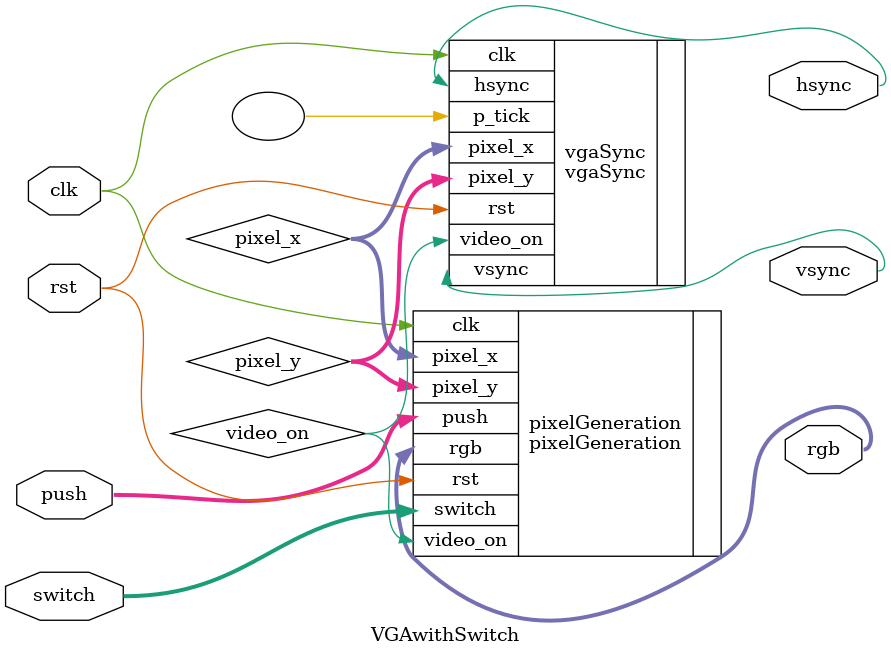
<source format=v>
module VGAwithSwitch(clk, rst, push, switch,	hsync, vsync, rgb);

input clk, rst;
input [3:0]push; 
input [2:0] switch;
output hsync, vsync;
output [2:0] rgb;

wire video_on;
wire [9:0] pixel_x, pixel_y;

// instantiate vgaSync and pixelGeneration circuit
//debounce debounce (.rst(rst), .clk(clk), .noisy(push), .clean(pushDB));
vgaSync vgaSync(.clk(clk), .rst(rst), .hsync(hsync), .vsync(vsync), .video_on(video_on), .p_tick(), .pixel_x(pixel_x), .pixel_y(pixel_y));

pixelGeneration pixelGeneration(.clk(clk), .rst(rst), .push(push), .switch(switch), .pixel_x(pixel_x), .pixel_y(pixel_y), .video_on(video_on), .rgb(rgb));

endmodule

</source>
